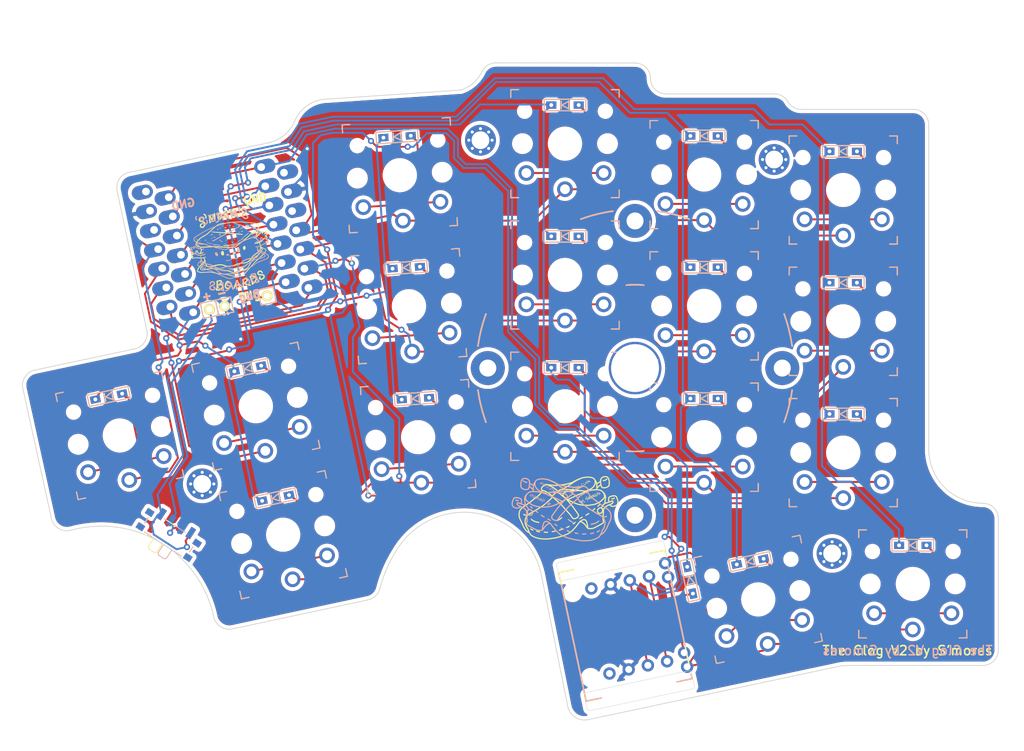
<source format=kicad_pcb>
(kicad_pcb (version 20211014) (generator pcbnew)
  (title_block (title "The Clog V2") (date "2022-06-26") (rev "1.1") (company "by S'mores"))
  (layers (0 "F.Cu" signal) (31 "B.Cu" signal) (34 "B.Paste" user) (35 "F.Paste" user) (36 "B.SilkS" user "B.Silkscreen") (37 "F.SilkS" user "F.Silkscreen") (38 "B.Mask" user) (39 "F.Mask" user) (44 "Edge.Cuts" user))
  (net 0 "")
  (net 1 "Bat+")
  (net 2 "GND")
  (net 3 "Col1")
  (net 4 "Net-(D1-Pad2)")
  (net 5 "Col2")
  (net 6 "Net-(D2-Pad2)")
  (net 7 "Col3")
  (net 8 "Net-(D3-Pad2)")
  (net 9 "Col4")
  (net 10 "Net-(D4-Pad2)")
  (net 11 "Col5")
  (net 12 "Net-(D5-Pad2)")
  (net 13 "Net-(D6-Pad2)")
  (net 14 "Net-(D7-Pad2)")
  (net 15 "Net-(D8-Pad2)")
  (net 16 "Net-(D9-Pad2)")
  (net 17 "Net-(D10-Pad2)")
  (net 18 "Net-(D11-Pad2)")
  (net 19 "Net-(D12-Pad2)")
  (net 20 "Net-(D13-Pad2)")
  (net 21 "Net-(D14-Pad2)")
  (net 22 "Net-(D15-Pad2)")
  (net 23 "S16R")
  (net 24 "Net-(D17-Pad2)")
  (net 25 "Net-(D18-Pad2)")
  (net 26 "Row1")
  (net 27 "Row2")
  (net 28 "Row3")
  (net 29 "Row4")
  (net 30 "EncL")
  (net 31 "EncR")
  (net 33 "Power")
  (net 37 "unconnected-(U1-Pad14)")
  (footprint "art:clogs" (layer "F.Cu") (at 160 106.75)
    (fp_text reference "G***" hide)
    (fp_text value "LOGO" hide)
  )
  (footprint "footprints:smd-diode" (layer "F.Cu") (at 117.894972 89.481068 12)
    (fp_text reference "D6" hide)
    (fp_text value "1N4148W" hide)
  )
  (footprint "footprints:smd-diode" (layer "F.Cu") (at 158.934527 89.371807)
    (fp_text reference "D13" hide)
    (fp_text value "1N4148W" hide)
  )
  (footprint "footprints:choc-switch-solder-only" (layer "F.Cu") (at 158.934528 94.371807)
    (fp_text reference "SW13" hide)
    (fp_text value "Switch" hide)
  )
  (footprint "footprints:smd-diode" (layer "F.Cu") (at 194.934528 61.371806)
    (fp_text reference "D5" hide)
    (fp_text value "1N4148W" hide)
  )
  (footprint "footprints:xiao-ble" (layer "F.Cu") (at 116.70769 73.173221 12)
    (fp_text reference "U2" hide)
    (fp_text value "xiao-ble" hide)
  )
  (footprint "footprints:choc-switch-solder-only" (layer "F.Cu") (at 158.934529 60.371806)
    (fp_text reference "SW3" hide)
    (fp_text value "Switch" hide)
  )
  (footprint "footprints:choc-switch-solder-only" (layer "F.Cu") (at 139.934528 98.371806 4)
    (fp_text reference "SW12" hide)
    (fp_text value "Switch" hide)
  )
  (footprint "footprints:evq" (layer "F.Cu") (at 167.248327 122.676631 -78)
    (fp_text reference "SW16_1" hide)
    (fp_text value "EVQWGD001" hide)
    (fp_line (start 9.8 7.3) (end 9.8 -6.3) (layer "Edge.Cuts") (width 0.05))
    (fp_line (start 7.7 7.6) (end 9.5 7.6) (layer "Edge.Cuts") (width 0.05))
    (fp_line (start 9.5 -6.6) (end 7.7 -6.6) (layer "Edge.Cuts") (width 0.05))
    (fp_line (start 7.4 -6.3) (end 7.4 7.3) (layer "Edge.Cuts") (width 0.05))
    (fp_arc (start 9.8 7.3) (mid 9.712132 7.512132) (end 9.5 7.6) (layer "Edge.Cuts") (width 0.05))
    (fp_arc (start 7.4 -6.3) (mid 7.487868 -6.512132) (end 7.7 -6.6) (layer "Edge.Cuts") (width 0.05))
    (fp_arc (start 7.7 7.6) (mid 7.487868 7.512132) (end 7.4 7.3) (layer "Edge.Cuts") (width 0.05))
    (fp_arc (start 9.5 -6.6) (mid 9.712132 -6.512132) (end 9.8 -6.3) (layer "Edge.Cuts") (width 0.05))
  )
  (footprint "footprints:m2-hole" (layer "F.Cu") (at 111.998329 104.426632)
    (fp_text reference "Ref**" hide)
    (fp_text value "Val**" hide)
  )
  (footprint "footprints:smd-diode" (layer "F.Cu") (at 175.113666 116.888233 -78)
    (fp_text reference "D16" hide)
    (fp_text value "1N4148W" hide)
  )
  (footprint "footprints:smd-diode" (layer "F.Cu") (at 176.934529 59.371806)
    (fp_text reference "D4" hide)
    (fp_text value "1N4148W" hide)
  )
  (footprint "footprints:choc-switch-solder-only" (layer "F.Cu") (at 176.934529 81.371806)
    (fp_text reference "SW9" hide)
    (fp_text value "Switch" hide)
  )
  (footprint "footprints:choc-switch-solder-only" (layer "F.Cu") (at 118.934529 94.371806 12)
    (fp_text reference "SW6" hide)
    (fp_text value "Switch" hide)
  )
  (footprint "footprints:choc-switch-solder-only" (layer "F.Cu") (at 176.934529 98.371806)
    (fp_text reference "SW14" hide)
    (fp_text value "Switch" hide)
  )
  (footprint "footprints:m2-hole" (layer "F.Cu") (at 185.998327 62.426631)
    (fp_text reference "Ref**" hide)
    (fp_text value "Val**" hide)
  )
  (footprint "footprints:choc-switch-solder-only" (layer "F.Cu") (at 137.562809 64.454629 4)
    (fp_text reference "SW2" hide)
    (fp_text value "Switch" hide)
  )
  (footprint "footprints:smd-diode" (layer "F.Cu") (at 194.934529 78.371805)
    (fp_text reference "D10" hide)
    (fp_text value "1N4148W" hide)
  )
  (footprint "footprints:smd-diode" (layer "F.Cu") (at 176.934528 93.371807)
    (fp_text reference "D14" hide)
    (fp_text value "1N4148W" hide)
  )
  (footprint "footprints:smd-diode" (layer "F.Cu") (at 203.934528 112.371806)
    (fp_text reference "D18" hide)
    (fp_text value "1N4148W" hide)
  )
  (footprint "footprints:choc-switch-solder-only" (layer "F.Cu") (at 203.934529 117.371806)
    (fp_text reference "SW18" hide)
    (fp_text value "Switch" hide)
  )
  (footprint "footprints:smd-diode" (layer "F.Cu") (at 121.488813 106.242615 12)
    (fp_text reference "D11" hide)
    (fp_text value "1N4148W" hide)
  )
  (footprint "footprints:choc-switch-solder-only" (layer "F.Cu") (at 122.469027 111.000316 12)
    (fp_text reference "SW11" hide)
    (fp_text value "Switch" hide)
  )
  (footprint "footprints:smd-diode" (layer "F.Cu") (at 99.904969 93.109577 12)
    (fp_text reference "D1" hide)
    (fp_text value "1N4148W" hide)
  )
  (footprint "footprints:m2-hole" (layer "F.Cu") (at 193.498328 113.426632)
    (fp_text reference "Ref**" hide)
    (fp_text value "Val**" hide)
  )
  (footprint "footprints:smd-diode" (layer "F.Cu") (at 139.585746 93.383988 4)
    (fp_text reference "D12" hide)
    (fp_text value "1N4148W" hide)
  )
  (footprint "footprints:choc-switch-solder-only" (layer "F.Cu") (at 194.934529 100.371805)
    (fp_text reference "SW15" hide)
    (fp_text value "Switch" hide)
  )
  (footprint "art:smores" (layer "F.Cu") (at 115.5 74.5 12)
    (fp_text reference "G***" hide)
    (fp_text value "LOGO" hide)
  )
  (footprint "footprints:choc-switch-solder-only" (layer "F.Cu") (at 183.934528 119.371807 12)
    (fp_text reference "SW17" hide)
    (fp_text value "Switch" hide)
  )
  (footprint "footprints:tenting-puck" (layer "F.Cu") (at 167.998328 89.426631)
    (fp_text reference "REF**" hide)
    (fp_text value "Tenting Puck" hide)
  )
  (footprint "footprints:choc-switch-solder-only" (layer "F.Cu") (at 101.334529 98.150317 12)
    (fp_text reference "SW1" hide)
    (fp_text value "Switch" hide)
  )
  (footprint "footprints:m2-hole" (layer "F.Cu") (at 147.998328 59.926631)
    (fp_text reference "Ref**" hide)
    (fp_text value "Val**" hide)
  )
  (footprint "footprints:smd-diode" (layer "F.Cu") (at 137.214026 59.466808 4)
    (fp_text reference "D2" hide)
    (fp_text value "1N4148W" hide)
  )
  (footprint "footprints:smd-diode" (layer "F.Cu") (at 158.934527 72.371806)
    (fp_text reference "D8" hide)
    (fp_text value "1N4148W" hide)
  )
  (footprint "footprints:single-pin" (layer "F.Cu") (at 120.395736 80.093489 12)
    (fp_text reference "PW1" hide)
    (fp_text value "MountingHole_Pad" hide)
  )
  (footprint "footprints:single-pin" (layer "F.Cu") (at 112.938648 81.815722 12)
    (fp_text reference "+1" hide)
    (fp_text value "MountingHole_Pad" hide)
  )
  (footprint "footprints:smd-diode" (layer "F.Cu") (at 158.934527 55.371807)
    (fp_text reference "D3" hide)
    (fp_text value "1N4148W" hide)
  )
  (footprint "footprints:smd-diode" (layer "F.Cu") (at 182.894969 114.481069 12)
    (fp_text reference "D17" hide)
    (fp_text value "1N4148W" hide)
  )
  (footprint "footprints:choc-switch-solder-only" (layer "F.Cu") (at 158.934529 77.371807)
    (fp_text reference "SW8" hide)
    (fp_text value "Switch" hide)
  )
  (footprint "Button_Switch_SMD:SW_SPDT_PCM12" (layer "F.Cu") (at 107.844618 110.757272 -33)
    (fp_text reference "SW20" hide)
    (fp_text value "SW_SPDT" hide)
  )
  (footprint "footprints:choc-switch-solder-only" (layer "F.Cu") (at 194.93453 66.371807)
    (fp_text reference "SW5" hide)
    (fp_text value "Switch" hide)
  )
  (footprint "footprints:choc-switch-solder-only" (layer "F.Cu") (at 194.934529 83.371807)
    (fp_text reference "SW10" hide)
    (fp_text value "Switch" hide)
  )
  (footprint "footprints:single-pin" (layer "F.Cu") (at 114.894943 81.399898 12)
    (fp_text reference "-1" hide)
    (fp_text value "MountingHole_Pad" hide)
  )
  (footprint "footprints:smd-diode" (layer "F.Cu") (at 176.934529 76.371806)
    (fp_text reference "D9" hide)
    (fp_text value "1N4148W" hide)
  )
  (footprint "footprints:choc-switch-solder-only" (layer "F.Cu") (at 176.934528 64.371806)
    (fp_text reference "SW4" hide)
    (fp_text value "Switch" hide)
  )
  (footprint "footprints:smd-diode" (layer "F.Cu") (at 138.399886 76.425397 4)
    (fp_text reference "D7" hide)
    (fp_text value "1N4148W" hide)
  )
  (footprint "footprints:smd-diode" (layer "F.Cu") (at 194.934528 95.371806)
    (fp_text reference "D15" hide)
    (fp_text value "1N4148W" hide)
  )
  (footprint "footprints:choc-switch-solder-only" (layer "F.Cu") (at 138.74867 81.413216 4)
    (fp_text reference "SW7" hide)
    (fp_text value "Switch" hide)
  )
  (footprint "art:clogs" (layer "B.Cu") (at 157.887747 106.980193 180)
    (fp_text reference "G***" hide)
    (fp_text value "LOGO" hide)
  )
  (footprint "art:smores" (layer "B.Cu") (at 115.882608 74.471797 -168)
    (fp_text reference "G***" hide)
    (fp_text value "LOGO" hide)
  )
  (footprint "Button_Switch_SMD:SW_SPDT_PCM12" (layer "B.Cu") (at 107.844618 110.757272 147)
    (fp_text reference "SW21" hide)
    (fp_text value "SW_SPDT" hide)
  )
  (footprint "footprints:xiao-ble" (layer "B.Cu") (at 113.757348 72.440636 -168)
    (fp_text reference "U1" hide)
    (fp_text value "xiao-ble" hide)
  )
  (footprint "footprints:evq" (layer "B.Cu") (at 167.248327 122.676631 102)
    (fp_text reference "SW16_2" hide)
    (fp_text value "EVQWGD001" hide)
    (fp_line (start 7.7 -7.6) (end 9.5 -7.6) (layer "Edge.Cuts") (width 0.05))
    (fp_line (start 9.8 -7.3) (end 9.8 6.3) (layer "Edge.Cuts") (width 0.05))
    (fp_line (start 9.5 6.6) (end 7.7 6.6) (layer "Edge.Cuts") (width 0.05))
    (fp_line (start 7.4 6.3) (end 7.4 -7.3) (layer "Edge.Cuts") (width 0.05))
    (fp_arc (start 7.4 -7.3) (mid 7.487868 -7.512132) (end 7.7 -7.6) (layer "Edge.Cuts") (width 0.05))
    (fp_arc (start 9.5 -7.6) (mid 9.712132 -7.512132) (end 9.8 -7.3) (layer "Edge.Cuts") (width 0.05))
    (fp_arc (start 7.7 6.6) (mid 7.487868 6.512132) (end 7.4 6.3) (layer "Edge.Cuts") (width 0.05))
    (fp_arc (start 9.8 6.3) (mid 9.712132 6.512132) (end 9.5 6.6) (layer "Edge.Cuts") (width 0.05))
  )
  (gr_arc (start 185.998328 53.926631) (mid 186.963733 54.163724) (end 187.709474 54.821059) (layer "Edge.Cuts") (width 0.1))
  (gr_arc (start 148.248329 50.926632) (mid 147.136333 52.465937) (end 145.498328 53.426633) (layer "Edge.Cuts") (width 0.1))
  (gr_line (start 167.998327 49.926631) (end 149.998328 49.911068) (layer "Edge.Cuts") (width 0.1))
  (gr_arc (start 115.998328 123.17663) (mid 114.367972 122.900663) (end 113.464826 121.515548) (layer "Edge.Cuts") (width 0.1))
  (gr_arc (start 193.998327 128.119213) (mid 194.742171 127.974973) (end 195.498328 127.926631) (layer "Edge.Cuts") (width 0.1))
  (gr_arc (start 124.06693 57.214424) (mid 125.573907 55.45195) (end 127.742624 54.631) (layer "Edge.Cuts") (width 0.1))
  (gr_line (start 104.832305 84.561119) (end 100.985938 66.465388) (layer "Edge.Cuts") (width 0.1))
  (gr_line (start 127.742624 54.631) (end 145.498328 53.426633) (layer "Edge.Cuts") (width 0.1))
  (gr_line (start 212.998328 127.926631) (end 195.498328 127.926631) (layer "Edge.Cuts") (width 0.1))
  (gr_arc (start 104.832305 84.561119) (mid 104.553351 86.06622) (end 103.291833 86.933237) (layer "Edge.Cuts") (width 0.1))
  (gr_arc (start 161.998327 134.92663) (mid 160.335901 134.676255) (end 159.316103 133.339708) (layer "Edge.Cuts") (width 0.1))
  (gr_arc (start 94.998328 110.42663) (mid 93.437669 110.194397) (end 92.498329 108.926631) (layer "Edge.Cuts") (width 0.1))
  (gr_arc (start 88.790904 92.060186) (mid 89.069858 90.555083) (end 90.331377 89.688067) (layer "Edge.Cuts") (width 0.1))
  (gr_line (start 185.998328 53.926631) (end 171.998327 53.926631) (layer "Edge.Cuts") (width 0.1))
  (gr_line (start 159.316103 133.339708) (end 155.862809 116.141385) (layer "Edge.Cuts") (width 0.1))
  (gr_arc (start 124.06693 57.214424) (mid 122.73154 59.170286) (end 120.622141 60.246903) (layer "Edge.Cuts") (width 0.1))
  (gr_line (start 103.291833 86.933237) (end 90.331377 89.688067) (layer "Edge.Cuts") (width 0.1))
  (gr_arc (start 212.998327 106.926631) (mid 214.412542 107.512416) (end 214.998328 108.926631) (layer "Edge.Cuts") (width 0.1))
  (gr_arc (start 167.998327 49.926631) (mid 169.412541 50.512418) (end 169.998327 51.926632) (layer "Edge.Cuts") (width 0.1))
  (gr_arc (start 148.248329 50.926632) (mid 148.986662 50.18335) (end 149.998328 49.911068) (layer "Edge.Cuts") (width 0.1))
  (gr_arc (start 214.998327 125.926631) (mid 214.412541 127.340845) (end 212.998328 127.926631) (layer "Edge.Cuts") (width 0.1))
  (gr_arc (start 171.998327 53.926631) (mid 170.584114 53.340845) (end 169.998327 51.926632) (layer "Edge.Cuts") (width 0.1))
  (gr_line (start 88.790904 92.060186) (end 92.498329 108.926631) (layer "Edge.Cuts") (width 0.1))
  (gr_arc (start 137 113.25) (mid 147.42601 108.207088) (end 155.862809 116.141385) (layer "Edge.Cuts") (width 0.1))
  (gr_arc (start 134.998328 117.926631) (mid 135.822581 115.512735) (end 137 113.25) (layer "Edge.Cuts") (width 0.1))
  (gr_line (start 102.52641 64.093269) (end 120.622141 60.246903) (layer "Edge.Cuts") (width 0.1))
  (gr_arc (start 203.998327 55.926631) (mid 205.412542 56.512416) (end 205.998328 57.926631) (layer "Edge.Cuts") (width 0.1))
  (gr_arc (start 94.998327 110.426631) (mid 106.608305 112.013096) (end 113.464826 121.515548) (layer "Edge.Cuts") (width 0.1))
  (gr_line (start 214.998328 108.926631) (end 214.998327 125.926631) (layer "Edge.Cuts") (width 0.1))
  (gr_line (start 133.498328 119.42663) (end 115.998328 123.17663) (layer "Edge.Cuts") (width 0.1))
  (gr_line (start 189.498328 55.926631) (end 203.998327 55.926631) (layer "Edge.Cuts") (width 0.1))
  (gr_arc (start 134.998327 117.926631) (mid 134.456065 118.884368) (end 133.498328 119.42663) (layer "Edge.Cuts") (width 0.1))
  (gr_line (start 193.998327 128.119213) (end 161.998327 134.926631) (layer "Edge.Cuts") (width 0.1))
  (gr_arc (start 100.985938 66.465388) (mid 101.264892 64.960287) (end 102.52641 64.093269) (layer "Edge.Cuts") (width 0.1))
  (gr_line (start 205.998328 57.926631) (end 205.998328 99.926631) (layer "Edge.Cuts") (width 0.1))
  (gr_arc (start 212.998327 106.926631) (mid 208.04858 104.876378) (end 205.998328 99.926631) (layer "Edge.Cuts") (width 0.1))
  (gr_arc (start 189.498328 55.926631) (mid 188.446866 55.627933) (end 187.709474 54.821059) (layer "Edge.Cuts") (width 0.1))
  (gr_text "GND" (at 109.53881 68.225611 12) (layer "B.SilkS") (effects (font (size 1 1) (thickness 0.25)) (justify mirror)))
  (gr_text "Bdg" (at 118.090948 80.072216 12) (layer "B.SilkS") (effects (font (size 1 1) (thickness 0.25)) (justify mirror)))
  (gr_text "+" (at 112.574802 80.103963 12) (layer "B.SilkS") (effects (font (size 1 1) (thickness 0.25)) (justify mirror)))
  (gr_text "The Clog V2 by S'mores" (at 203.25 126) (layer "B.SilkS") (effects (font (size 1.2 1.2) (thickness 0.2)) (justify mirror)))
  (gr_text "-" (at 114.531097 79.68814 12) (layer "B.SilkS") (effects (font (size 1 1) (thickness 0.25)) (justify mirror)))
  (gr_text "The Clog V2 by S'mores" (at 203.25 126) (layer "F.SilkS") (effects (font (size 1.2 1.2) (thickness 0.2))))
  (gr_text "Bdg" (at 118.090948 80.072216 12) (layer "F.SilkS") (effects (font (size 1 1) (thickness 0.25))))
  (gr_text "-" (at 114.531097 79.68814 12) (layer "F.SilkS") (effects (font (size 1 1) (thickness 0.25))))
  (gr_text "+" (at 112.582088 80.104223 12) (layer "F.SilkS") (effects (font (size 1 1) (thickness 0.25))))
  (gr_text "GND" (at 118.846565 67.525112 12) (layer "F.SilkS") (effects (font (size 1 1) (thickness 0.25))))
  (segment (start 108.214972 110.186976) (end 107.844618 110.757272) (width 0.25) (layer "F.Cu") (net 1))
  (segment (start 109.252454 109.966452) (end 108.214972 110.186976) (width 0.25) (layer "F.Cu") (net 1))
  (via (at 107.844618 110.757272) (size 0.8) (drill 0.4) (layers "F.Cu" "B.Cu") (net 1))
  (segment (start 113.250515 83.282943) (end 112.938648 81.815722) (width 0.25) (layer "B.Cu") (net 1))
  (segment (start 108.586889 108.237216) (end 107.767854 104.38396) (width 0.25) (layer "B.Cu") (net 1))
  (segment (start 107.767854 104.38396) (end 110.078562 100.825782) (width 0.25) (layer "B.Cu") (net 1))
  (segment (start 108.103047 109.660406) (end 107.994449 109.149494) (width 0.25) (layer "B.Cu") (net 1))
  (segment (start 110.078562 100.825782) (end 108.051423 91.288843) (width 0.25) (layer "B.Cu") (net 1))
  (segment (start 107.994449 109.149494) (end 108.586889 108.237216) (width 0.25) (layer "B.Cu") (net 1))
  (segment (start 108.051423 91.288843) (end 113.250515 83.282943) (width 0.25) (layer "B.Cu") (net 1))
  (segment (start 108.229736 110.164244) (end 108.12578 109.675169) (width 0.25) (layer "B.Cu") (net 1))
  (segment (start 108.12578 109.675169) (end 108.103047 109.660406) (width 0.25) (layer "B.Cu") (net 1))
  (segment (start 107.844618 110.757272) (end 108.229736 110.164244) (width 0.25) (layer "B.Cu") (net 1))
  (segment (start 105.247672 69.055933) (end 104.383323 69.239656) (width 0.25) (layer "F.Cu") (net 2))
  (via (at 116.981652 85.675293) (size 0.8) (drill 0.4) (layers "F.Cu" "B.Cu") (net 2))
  (via (at 125.586474 61.022471) (size 0.8) (drill 0.4) (layers "F.Cu" "B.Cu") (net 2))
  (segment (start 125.586474 64.022471) (end 125.586474 61.022471) (width 0.25) (layer "B.Cu") (net 2))
  (segment (start 114.894943 81.399898) (end 115.615069 84.787823) (width 0.25) (layer "B.Cu") (net 2))
  (segment (start 115.615069 84.787823) (end 116.981652 85.675293) (width 0.25) (layer "B.Cu") (net 2))
  (segment (start 123.104983 66.619944) (end 123.104983 66.503962) (width 0.25) (layer "B.Cu") (net 2))
  (segment (start 123.104983 66.503962) (end 125.586474 64.022471) (width 0.25) (layer "B.Cu") (net 2))
  (segment (start 111.517484 85.951576) (end 109.072114 86.471356) (width 0.25) (layer "F.Cu") (net 3))
  (segment (start 100.773214 89.513267) (end 108.842931 87.797996) (width 0.25) (layer "F.Cu") (net 3))
  (segment (start 112.407029 86.529253) (end 111.517484 85.951576) (width 0.25) (layer "F.Cu") (net 3))
  (segment (start 108.842931 87.797996) (end 109.228049 87.204966) (width 0.25) (layer "F.Cu") (net 3))
  (segment (start 100.739192 89.520499) (end 100.773214 89.513267) (width 0.25) (layer "F.Cu") (net 3))
  (segment (start 122.79512 78.309834) (end 111.862897 80.63355) (width 0.25) (layer "F.Cu") (net 3))
  (segment (start 98.168757 93.478621) (end 100.739192 89.520499) (width 0.25) (layer "F.Cu") (net 3))
  (segment (start 109.228049 87.204966) (end 109.072114 86.471356) (width 0.25) (layer "F.Cu") (net 3))
  (segment (start 111.862897 80.63355) (end 110.838493 82.210993) (width 0.25) (layer "F.Cu") (net 3))
  (via (at 109.072114 86.471356) (size 0.8) (drill 0.4) (layers "F.Cu" "B.Cu") (net 3))
  (via (at 112.407029 86.529253) (size 0.8) (drill 0.4) (layers "F.Cu" "B.Cu") (net 3))
  (segment (start 109.072114 86.471356) (end 108.825437 85.310826) (width 0.25) (layer "B.Cu") (net 3))
  (segment (start 108.825437 85.310826) (end 110.838493 82.210993) (width 0.25) (layer "B.Cu") (net 3))
  (segment (start 118.596195 105.860679) (end 115.431185 90.970479) (width 0.25) (layer "B.Cu") (net 3))
  (segment (start 115.940658 88.824019) (end 112.407029 86.529253) (width 0.25) (layer "B.Cu") (net 3))
  (segment (start 119.752602 106.611659) (end 118.596195 105.860679) (width 0.25) (layer "B.Cu") (net 3))
  (segment (start 115.431185 90.970479) (end 116.15876 89.850111) (width 0.25) (layer "B.Cu") (net 3))
  (segment (start 116.15876 89.850111) (end 115.940658 88.824019) (width 0.25) (layer "B.Cu") (net 3))
  (segment (start 102.429094 93.252211) (end 104.139564 101.299344) (width 0.25) (layer "F.Cu") (net 4))
  (segment (start 102.152858 93.252211) (end 101.641181 92.740534) (width 0.25) (layer "F.Cu") (net 4))
  (segment (start 107.015332 100.827719) (end 104.301567 101.404548) (width 0.25) (layer "F.Cu") (net 4))
  (segment (start 104.139564 101.299344) (end 104.301567 101.404548) (width 0.25) (layer "F.Cu") (net 4))
  (segment (start 104.301567 101.404548) (end 97.233855 102.906837) (width 0.25) (layer "F.Cu") (net 4))
  (segment (start 102.429094 93.252211) (end 102.152858 93.252211) (width 0.25) (layer "F.Cu") (net 4))
  (segment (start 122.267024 75.825339) (end 111.334801 78.149055) (width 0.25) (layer "F.Cu") (net 5))
  (segment (start 111.334801 78.149055) (end 110.310397 79.726498) (width 0.25) (layer "F.Cu") (net 5))
  (segment (start 129.86646 80.773456) (end 133.265916 80.050879) (width 0.25) (layer "F.Cu") (net 5))
  (segment (start 129.856987 80.788043) (end 129.86646 80.773456) (width 0.25) (layer "F.Cu") (net 5))
  (via (at 133.265916 80.050879) (size 0.8) (drill 0.4) (layers "F.Cu" "B.Cu") (net 5))
  (via (at 129.856987 80.788043) (size 0.8) (drill 0.4) (layers "F.Cu" "B.Cu") (net 5))
  (segment (start 121.653373 80.730105) (end 123.432462 81.885459) (width 0.25) (layer "B.Cu") (net 5))
  (segment (start 135.867141 79.421532) (end 136.78983 92.616576) (width 0.25) (layer "B.Cu") (net 5))
  (segment (start 134.552121 60.615867) (end 135.603968 75.657987) (width 0.25) (layer "B.Cu") (net 5))
  (segment (start 121.341505 79.262885) (end 121.653373 80.730105) (width 0.25) (layer "B.Cu") (net 5))
  (segment (start 123.728977 82.078018) (end 129.842399 80.77857) (width 0.25) (layer "B.Cu") (net 5))
  (segment (start 122.267024 75.825339) (end 121.019242 77.746755) (width 0.25) (layer "B.Cu") (net 5))
  (segment (start 135.809552 79.510212) (end 135.867141 79.421532) (width 0.25) (layer "B.Cu") (net 5))
  (segment (start 121.019242 77.746755) (end 121.341505 79.262885) (width 0.25) (layer "B.Cu") (net 5))
  (segment (start 129.842399 80.77857) (end 129.856987 80.788043) (width 0.25) (layer "B.Cu") (net 5))
  (segment (start 135.44335 59.590626) (end 134.552121 60.615867) (width 0.25) (layer "B.Cu") (net 5))
  (segment (start 123.432462 81.885459) (end 123.728977 82.078018) (width 0.25) (layer "B.Cu") (net 5))
  (segment (start 133.265916 80.050879) (end 135.809552 79.510212) (width 0.25) (layer "B.Cu") (net 5))
  (segment (start 135.603968 75.657987) (end 136.62921 76.549216) (width 0.25) (layer "B.Cu") (net 5))
  (segment (start 135.603968 75.657987) (end 135.867141 79.421532) (width 0.25) (layer "B.Cu") (net 5))
  (segment (start 136.78983 92.616576) (end 137.815071 93.507805) (width 0.25) (layer "B.Cu") (net 5))
  (segment (start 140.367347 68.067795) (end 132.840064 68.594154) (width 0.25) (layer "F.Cu") (net 6))
  (segment (start 142.815702 67.89659) (end 140.367347 68.067795) (width 0.25) (layer "F.Cu") (net 6))
  (segment (start 138.984702 59.34299) (end 139.807248 60.058019) (width 0.25) (layer "F.Cu") (net 6))
  (segment (start 139.807248 60.058019) (end 140.367347 68.067795) (width 0.25) (layer "F.Cu") (net 6))
  (segment (start 121.738929 73.340844) (end 121.727755 73.35805) (width 0.25) (layer "F.Cu") (net 7))
  (segment (start 110.795531 75.681766) (end 109.782301 77.242003) (width 0.25) (layer "F.Cu") (net 7))
  (segment (start 121.727755 73.35805) (end 110.795531 75.681766) (width 0.25) (layer "F.Cu") (net 7))
  (segment (start 117.931123 65.419429) (end 115.688858 65.896037) (width 0.25) (layer "F.Cu") (net 7))
  (via (at 115.688858 65.896037) (size 0.8) (drill 0.4) (layers "F.Cu" "B.Cu") (net 7))
  (via (at 117.931123 65.419429) (size 0.8) (drill 0.4) (layers "F.Cu" "B.Cu") (net 7))
  (segment (start 115.96282 69.589795) (end 121.738929 73.340844) (width 0.25) (layer "B.Cu") (net 7))
  (segment (start 125.156424 58.78251) (end 123.816474 60.845853) (width 0.25) (layer "B.Cu") (net 7))
  (segment (start 174.744624 115.152021) (end 174.744624 102.172927) (width 0.25) (layer "B.Cu") (net 7))
  (segment (start 157.998327 90.926632) (end 157.159527 90.087831) (width 0.25) (layer "B.Cu") (net 7))
  (segment (start 123.816474 60.845853) (end 123.623914 61.142367) (width 0.25) (layer "B.Cu") (net 7))
  (segment (start 129.363666 57.888233) (end 125.156424 58.78251) (width 0.25) (layer "B.Cu") (net 7))
  (segment (start 147.949914 55.301985) (end 147.863666 55.388233) (width 0.25) (layer "B.Cu") (net 7))
  (segment (start 157.159529 55.396806) (end 156.18453 56.371807) (width 0.25) (layer "B.Cu") (net 7))
  (segment (start 115.688858 65.896037) (end 115.30374 66.489067) (width 0.25) (layer "B.Cu") (net 7))
  (segment (start 157.159527 55.371805) (end 157.159529 55.396806) (width 0.25) (layer "B.Cu") (net 7))
  (segment (start 174.744624 102.172927) (end 172.998327 100.426631) (width 0.25) (layer "B.Cu") (net 7))
  (segment (start 156.184529 88.396807) (end 157.159527 89.371806) (width 0.25) (layer "B.Cu") (net 7))
  (segment (start 157.159527 55.371806) (end 157.089705 55.301985) (width 0.25) (layer "B.Cu") (net 7))
  (segment (start 156.18453 56.371807) (end 156.184529 71.396808) (width 0.25) (layer "B.Cu") (net 7))
  (segment (start 161.498327 92.926631) (end 159.498328 90.926631) (width 0.25) (layer "B.Cu") (net 7))
  (segment (start 145.363667 57.888233) (end 143.863666 57.888232) (width 0.25) (layer "B.Cu") (net 7))
  (segment (start 164.256343 95.926631) (end 162.498328 95.926631) (width 0.25) (layer "B.Cu") (net 7))
  (segment (start 143.863666 57.888232) (end 129.363666 57.888233) (width 0.25) (layer "B.Cu") (net 7))
  (segment (start 156.184529 71.396808) (end 156.184529 88.396807) (width 0.25) (layer "B.Cu") (net 7))
  (segment (start 123.623914 61.142367) (end 119.22225 62.07797) (width 0.25) (layer "B.Cu") (net 7))
  (segment (start 172.998327 100.426631) (end 168.756344 100.426631) (width 0.25) (layer "B.Cu") (net 7))
  (segment (start 117.51095 63.442668) (end 117.931123 65.419429) (width 0.25) (layer "B.Cu") (net 7))
  (segment (start 157.089705 55.301985) (end 147.949914 55.301985) (width 0.25) (layer "B.Cu") (net 7))
  (segment (start 159.498328 90.926631) (end 157.998327 90.926632) (width 0.25) (layer "B.Cu") (net 7))
  (segment (start 117.679138 63.183681) (end 117.51095 63.442668) (width 0.25) (layer "B.Cu") (net 7))
  (segment (start 162.498328 95.926631) (end 161.498328 94.926631) (width 0.25) (layer "B.Cu") (net 7))
  (segment (start 168.756344 100.426631) (end 164.256343 95.926631) (width 0.25) (layer "B.Cu") (net 7))
  (segment (start 119.22225 62.07797) (end 118.265069 62.281425) (width 0.25) (layer "B.Cu") (net 7))
  (segment (start 118.265069 62.281425) (end 117.679138 63.183681) (width 0.25) (layer "B.Cu") (net 7))
  (segment (start 161.498328 94.926631) (end 161.498327 92.926631) (width 0.25) (layer "B.Cu") (net 7))
  (segment (start 115.30374 66.489067) (end 115.96282 69.589795) (width 0.25) (layer "B.Cu") (net 7))
  (segment (start 156.184529 71.396808) (end 157.159528 72.371805) (width 0.25) (layer "B.Cu") (net 7))
  (segment (start 147.863666 55.388233) (end 145.363667 57.888233) (width 0.25) (layer "B.Cu") (net 7))
  (segment (start 157.159527 90.087831) (end 157.159528 89.371807) (width 0.25) (layer "B.Cu") (net 7))
  (segment (start 161.484529 56.146806) (end 161.484529 64.171806) (width 0.25) (layer "F.Cu") (net 8))
  (segment (start 163.934529 64.171806) (end 161.484529 64.171806) (width 0.25) (layer "F.Cu") (net 8))
  (segment (start 160.709528 55.371807) (end 161.484529 56.146806) (width 0.25) (layer "F.Cu") (net 8))
  (segment (start 161.484529 64.171806) (end 153.934528 64.171806) (width 0.25) (layer "F.Cu") (net 8))
  (segment (start 117.764462 67.24395) (end 116.400435 67.533883) (width 0.25) (layer "F.Cu") (net 9))
  (segment (start 116.400435 67.533883) (end 116.275306 67.452623) (width 0.25) (layer "F.Cu") (net 9))
  (segment (start 121.210833 70.856349) (end 110.278609 73.180065) (width 0.25) (layer "F.Cu") (net 9))
  (segment (start 110.278609 73.180065) (end 109.254206 74.757508) (width 0.25) (layer "F.Cu") (net 9))
  (via (at 117.764462 67.24395) (size 0.8) (drill 0.4) (layers "F.Cu" "B.Cu") (net 9))
  (via (at 116.275306 67.452623) (size 0.8) (drill 0.4) (layers "F.Cu" "B.Cu") (net 9))
  (segment (start 116.453174 68.289429) (end 120.604382 70.985254) (width 0.25) (layer "B.Cu") (net 9))
  (segment (start 124.857852 58.268542) (end 123.467981 60.408758) (width 0.25) (layer "B.Cu") (net 9))
  (segment (start 174.184529 60.371807) (end 174.184527 75.396805) (width 0.25) (layer "B.Cu") (net 9))
  (segment (start 116.820741 63.680142) (end 117.548432 67.103659) (width 0.25) (layer "B.Cu") (net 9))
  (segment (start 173.934527 99.871806) (end 173.934528 94.596806) (width 0.25) (layer "B.Cu") (net 9))
  (segment (start 175.159527 59.371807) (end 175.159529 59.396806) (width 0.25) (layer "B.Cu") (net 9))
  (segment (start 175.159529 59.371807) (end 172.175955 56.388233) (width 0.25) (layer "B.Cu") (net 9))
  (segment (start 123.275422 60.705271) (end 118.140147 61.796808) (width 0.25) (layer "B.Cu") (net 9))
  (segment (start 174.184527 75.396805) (end 174.184528 92.396806) (width 0.25) (layer "B.Cu") (net 9))
  (segment (start 116.275306 67.452623) (end 116.453174 68.289429) (width 0.25) (layer "B.Cu") (net 9))
  (segment (start 120.604382 70.985254) (end 121.210833 70.856349) (width 0.25) (layer "B.Cu") (net 9))
  (segment (start 123.467981 60.408758) (end 123.275422 60.705271) (width 0.25) (layer "B.Cu") (net 9))
  (segment (start 167.363666 56.388232) (end 163.363666 52.388232) (width 0.25) (layer "B.Cu") (net 9))
  (segment (start 117.548432 67.103659) (end 117.764462 67.24395) (width 0.25) (layer "B.Cu") (net 9))
  (segment (start 118.140147 61.796808) (end 118.028362 61.820568) (width 0.25) (layer "B.Cu") (net 9))
  (segment (start 163.363666 52.388232) (end 149.999384 52.388233) (width 0.25) (layer "B.Cu") (net 9))
  (segment (start 128.999384 57.388233) (end 124.857852 58.268542) (width 0.25) (layer "B.Cu") (net 9))
  (segment (start 181.158757 105.346036) (end 177.434529 101.621806) (width 0.25) (layer "B.Cu") (net 9))
  (segment (start 174.184528 92.396806) (end 175.159528 93.371806) (width 0.25) (layer "B.Cu") (net 9))
  (segment (start 149.999384 52.388233) (end 144.999384 57.388232) (width 0.25) (layer "B.Cu") (net 9))
  (segment (start 172.175955 56.388233) (end 167.363666 56.388232) (width 0.25) (layer "B.Cu") (net 9))
  (segment (start 118.028362 61.820568) (end 116.820741 63.680142) (width 0.25) (layer "B.Cu") (net 9))
  (segment (start 181.158757 114.850111) (end 181.158757 105.346036) (width 0.25) (layer "B.Cu") (net 9))
  (segment (start 144.999384 57.388232) (end 128.999384 57.388233) (width 0.25) (layer "B.Cu") (net 9))
  (segment (start 177.434529 101.621806) (end 175.684528 101.621806) (width 0.25) (layer "B.Cu") (net 9))
  (segment (start 174.184527 75.396805) (end 175.159528 76.371808) (width 0.25) (layer "B.Cu") (net 9))
  (segment (start 175.684528 101.621806) (end 173.934527 99.871806) (width 0.25) (layer "B.Cu") (net 9))
  (segment (start 173.934528 94.596806) (end 175.159528 93.371806) (width 0.25) (layer "B.Cu") (net 9))
  (segment (start 175.159529 59.396806) (end 174.184529 60.371807) (width 0.25) (layer "B.Cu") (net 9))
  (segment (start 179.484528 68.171807) (end 171.934527 68.171807) (width 0.25) (layer "F.Cu") (net 10))
  (segment (start 179.484529 60.146806) (end 179.484528 68.171807) (width 0.25) (layer "F.Cu") (net 10))
  (segment (start 178.709529 59.371807) (end 179.484529 60.146806) (width 0.25) (layer "F.Cu") (net 10))
  (segment (start 181.934528 68.171807) (end 179.484528 68.171807) (width 0.25) (layer "F.Cu") (net 10))
  (segment (start 120.682737 68.371854) (end 109.750514 70.69557) (width 0.25) (layer "F.Cu") (net 11))
  (segment (start 109.750514 70.69557) (end 108.72611 72.273013) (width 0.25) (layer "F.Cu") (net 11))
  (segment (start 128.863666 56.888233) (end 124.522677 57.810938) (width 0.25) (layer "B.Cu") (net 11))
  (segment (start 192.184527 96.346807) (end 193.159529 95.371806) (width 0.25) (layer "B.Cu") (net 11))
  (segment (start 193.159528 61.371806) (end 189.675955 57.888233) (width 0.25) (layer "B.Cu") (net 11))
  (segment (start 124.522677 57.810938) (end 122.926929 60.268176) (width 0.25) (layer "B.Cu") (net 11))
  (segment (start 192.18453 102.121806) (end 192.184527 96.346807) (width 0.25) (layer "B.Cu") (net 11))
  (segment (start 118.569939 68.820943) (end 120.682737 68.371854) (width 0.25) (layer "B.Cu") (net 11))
  (segment (start 192.434528 94.646808) (end 193.159529 95.371806) (width 0.25) (layer "B.Cu") (net 11))
  (segment (start 192.43453 62.096807) (end 193.159529 61.371807) (width 0.25) (layer "B.Cu") (net 11))
  (segment (start 189.675955 57.888233) (end 185.363666 57.888232) (width 0.25) (layer "B.Cu") (net 11))
  (segment (start 192.434526 77.621807) (end 192.434528 94.646808) (width 0.25) (layer "B.Cu") (net 11))
  (segment (start 167.863667 55.888232) (end 163.863666 51.888233) (width 0.25) (layer "B.Cu") (net 11))
  (segment (start 163.863666 51.888233) (end 149.863666 51.888233) (width 0.25) (layer "B.Cu") (net 11))
  (segment (start 193.159527 78.346807) (end 192.434526 77.621807) (width 0.25) (layer "B.Cu") (net 11))
  (segment (start 193.159528 78.371807) (end 193.159527 78.346807) (width 0.25) (layer "B.Cu") (net 11))
  (segment (start 122.926929 60.268176) (end 117.791654 61.359712) (width 0.25) (layer "B.Cu") (net 11))
  (segment (start 195.934529 104.121807) (end 194.184528 104.121805) (width 0.25) (layer "B.Cu") (net 11))
  (segment (start 192.434526 77.621807) (end 192.43453 62.096807) (width 0.25) (layer "B.Cu") (net 11))
  (segment (start 202.159527 110.346805) (end 199.53231 107.719589) (width 0.25) (layer "B.Cu") (net 11))
  (segment (start 149.863666 51.888233) (end 144.863667 56.888232) (width 0.25) (layer "B.Cu") (net 11))
  (segment (start 117.134807 67.888958) (end 118.569939 68.820943) (width 0.25) (layer "B.Cu") (net 11))
  (segment (start 117.791654 61.359712) (end 116.251182 63.731831) (width 0.25) (layer "B.Cu") (net 11))
  (segment (start 185.363666 57.888232) (end 183.363666 55.888233) (width 0.25) (layer "B.Cu") (net 11))
  (segment (start 183.363666 55.888233) (end 167.863667 55.888232) (width 0.25) (layer "B.Cu") (net 11))
  (segment (start 194.184528 104.121805) (end 192.18453 102.121806) (width 0.25) (layer "B.Cu") (net 11))
  (segment (start 144.863667 56.888232) (end 128.863666 56.888233) (width 0.25) (layer "B.Cu") (net 11))
  (segment (start 199.53231 107.719589) (end 195.934529 104.121807) (width 0.25) (layer "B.Cu") (net 11))
  (segment (start 202.159528 112.371807) (end 202.159527 110.346805) (width 0.25) (layer "B.Cu") (net 11))
  (segment (start 116.251182 63.731831) (end 117.134807 67.888958) (width 0.25) (layer "B.Cu") (net 11))
  (segment (start 197.484528 70.171807) (end 189.934529 70.171807) (width 0.25) (layer "F.Cu") (net 12))
  (segment (start 197.484528 62.146807) (end 197.484528 70.171807) (width 0.25) (layer "F.Cu") (net 12))
  (segment (start 196.709528 61.371808) (end 197.484528 62.146807) (width 0.25) (layer "F.Cu") (net 12))
  (segment (start 199.934527 70.171807) (end 197.484528 70.171807) (width 0.25) (layer "F.Cu") (net 12))
  (segment (start 120.636791 89.765073) (end 119.631184 89.112025) (width 0.25) (layer "F.Cu") (net 13))
  (segment (start 124.615331 97.049209) (end 122.290134 97.543444) (width 0.25) (layer "F.Cu") (net 13))
  (segment (start 122.290134 97.543444) (end 120.636791 89.765073) (width 0.25) (layer "F.Cu") (net 13))
  (segment (start 122.290134 97.543444) (end 114.833856 99.128325) (width 0.25) (layer "F.Cu") (net 13))
  (segment (start 144.001563 84.855178) (end 141.553207 85.026384) (width 0.25) (layer "F.Cu") (net 14))
  (segment (start 140.170561 76.30158) (end 140.993109 77.016608) (width 0.25) (layer "F.Cu") (net 14))
  (segment (start 141.553207 85.026384) (end 134.025924 85.552742) (width 0.25) (layer "F.Cu") (net 14))
  (segment (start 140.993109 77.016608) (end 141.553207 85.026384) (width 0.25) (layer "F.Cu") (net 14))
  (segment (start 161.484528 73.146808) (end 160.709527 72.371806) (width 0.25) (layer "F.Cu") (net 15))
  (segment (start 163.934528 81.171806) (end 161.484528 81.171806) (width 0.25) (layer "F.Cu") (net 15))
  (segment (start 161.484528 73.146808) (end 161.484528 81.171806) (width 0.25) (layer "F.Cu") (net 15))
  (segment (start 161.484528 81.171806) (end 153.934528 81.171807) (width 0.25) (layer "F.Cu") (net 15))
  (segment (start 179.484528 85.171806) (end 171.934529 85.171807) (width 0.25) (layer "F.Cu") (net 16))
  (segment (start 178.709529 76.371806) (end 179.484528 77.146807) (width 0.25) (layer "F.Cu") (net 16))
  (segment (start 179.484528 77.146807) (end 179.484528 85.171806) (width 0.25) (layer "F.Cu") (net 16))
  (segment (start 181.93453 85.171808) (end 179.484528 85.171806) (width 0.25) (layer "F.Cu") (net 16))
  (segment (start 199.934527 87.171806) (end 197.484527 87.171807) (width 0.25) (layer "F.Cu") (net 17))
  (segment (start 196.709529 78.371806) (end 197.484527 79.146806) (width 0.25) (layer "F.Cu") (net 17))
  (segment (start 197.484527 87.171807) (end 189.934529 87.171807) (width 0.25) (layer "F.Cu") (net 17))
  (segment (start 197.484527 79.146806) (end 197.484527 87.171807) (width 0.25) (layer "F.Cu") (net 17))
  (segment (start 123.225025 105.873573) (end 124.194593 106.503217) (width 0.25) (layer "F.Cu") (net 18))
  (segment (start 125.824632 114.171954) (end 118.368353 115.756835) (width 0.25) (layer "F.Cu") (net 18))
  (segment (start 128.149829 113.677719) (end 125.824632 114.171954) (width 0.25) (layer "F.Cu") (net 18))
  (segment (start 124.194593 106.503217) (end 125.824632 114.171954) (width 0.25) (layer "F.Cu") (net 18))
  (segment (start 141.356423 93.260169) (end 142.17897 93.975198) (width 0.25) (layer "F.Cu") (net 19))
  (segment (start 142.17897 93.975198) (end 142.739067 101.984972) (width 0.25) (layer "F.Cu") (net 19))
  (segment (start 145.187423 101.813766) (end 142.739067 101.984972) (width 0.25) (layer "F.Cu") (net 19))
  (segment (start 142.739067 101.984972) (end 135.211784 102.511332) (width 0.25) (layer "F.Cu") (net 19))
  (segment (start 160.709527 89.371807) (end 161.484529 90.146807) (width 0.25) (layer "F.Cu") (net 20))
  (segment (start 163.934527 98.171807) (end 161.484528 98.171807) (width 0.25) (layer "F.Cu") (net 20))
  (segment (start 161.484529 90.146807) (end 161.484528 98.171807) (width 0.25) (layer "F.Cu") (net 20))
  (segment (start 161.484528 98.171807) (end 153.934527 98.171807) (width 0.25) (layer "F.Cu") (net 20))
  (segment (start 179.484528 102.171806) (end 171.934527 102.171807) (width 0.25) (layer "F.Cu") (net 21))
  (segment (start 179.48453 94.146807) (end 179.484528 102.171806) (width 0.25) (layer "F.Cu") (net 21))
  (segment (start 181.934528 102.171807) (end 179.484528 102.171806) (width 0.25) (layer "F.Cu") (net 21))
  (segment (start 178.709528 93.371806) (end 179.48453 94.146807) (width 0.25) (layer "F.Cu") (net 21))
  (segment (start 197.484527 104.171806) (end 189.934528 104.171805) (width 0.25) (layer "F.Cu") (net 22))
  (segment (start 196.709527 95.371807) (end 197.484527 96.146805) (width 0.25) (layer "F.Cu") (net 22))
  (segment (start 199.934528 104.171807) (end 197.484527 104.171806) (width 0.25) (layer "F.Cu") (net 22))
  (segment (start 197.484527 96.146805) (end 197.484527 104.171806) (width 0.25) (layer "F.Cu") (net 22))
  (segment (start 175.48271 118.624445) (end 172.928267 119.167408) (width 0.25) (layer "F.Cu") (net 23))
  (segment (start 174.352401 126.278317) (end 172.826944 119.101609) (width 0.25) (layer "F.Cu") (net 23))
  (segment (start 172.928267 119.167408) (end 172.826944 119.101609) (width 0.25) (layer "F.Cu") (net 23))
  (segment (start 172.826944 119.101609) (end 172.273284 116.49684) (width 0.25) (layer "F.Cu") (net 23))
  (segment (start 179.833855 124.128326) (end 181.91297 122.049208) (width 0.25) (layer "F.Cu") (net 24))
  (segment (start 181.91297 122.049208) (end 186.507126 122.049209) (width 0.25) (layer "F.Cu") (net 24))
  (segment (start 186.507126 122.049209) (end 189.615329 122.049208) (width 0.25) (layer "F.Cu") (net 24))
  (segment (start 184.631182 114.112026) (end 186.507126 115.987968) (width 0.25) (layer "F.Cu") (net 24))
  (segment (start 186.507126 115.987968) (end 186.507126 122.049209) (width 0.25) (layer "F.Cu") (net 24))
  (segment (start 206.484529 121.171807) (end 198.934528 121.171807) (width 0.25) (layer "F.Cu") (net 25))
  (segment (start 206.484527 113.146806) (end 206.484529 121.171807) (width 0.25) (layer "F.Cu") (net 25))
  (segment (start 208.934529 121.171804) (end 206.484529 121.171807) (width 0.25) (layer "F.Cu") (net 25))
  (segment (start 205.70953 112.371806) (end 206.484527 113.146806) (width 0.25) (layer "F.Cu") (net 25))
  (segment (start 124.161175 71.588934) (end 124.95979 71.419183) (width 0.25) (layer "F.Cu") (net 26))
  (segment (start 176.934528 70.271808) (end 173.153152 70.271807) (width 0.25) (layer "F.Cu") (net 26))
  (segment (start 126.176752 69.545225) (end 124.565437 61.964581) (width 0.25) (layer "F.Cu") (net 26))
  (segment (start 136.769337 69.557698) (end 124.913772 72.077676) (width 0.25) (layer "F.Cu") (net 26))
  (segment (start 160.843503 66.271806) (end 158.934529 66.271806) (width 0.25) (layer "F.Cu") (net 26))
  (segment (start 137.974372 70.340257) (end 154.866078 70.340257) (width 0.25) (layer "F.Cu") (net 26))
  (segment (start 166.498327 73.426631) (end 160.998328 67.926631) (width 0.25) (layer "F.Cu") (net 26))
  (segment (start 108.470759 101.678701) (end 108.855877 101.085672) (width 0.25) (layer "F.Cu") (net 26))
  (segment (start 194.934528 72.271808) (end 178.93453 72.271807) (width 0.25) (layer "F.Cu") (net 26))
  (segment (start 122.945293 60.912447) (end 102.893268 65.174637) (width 0.25) (layer "F.Cu") (net 26))
  (segment (start 178.93453 72.271807) (end 176.934529 70.271806) (width 0.25) (layer "F.Cu") (net 26))
  (segment (start 124.913772 72.077676) (end 124.161175 71.588934) (width 0.25) (layer "F.Cu") (net 26))
  (segment (start 102.137045 66.339118) (end 103.488471 72.697077) (width 0.25) (layer "F.Cu") (net 26))
  (segment (start 105.723223 74.148342) (end 106.303864 74.024923) (width 0.25) (layer "F.Cu") (net 26))
  (segment (start 169.998328 73.426631) (end 166.498327 73.426631) (width 0.25) (layer "F.Cu") (net 26))
  (segment (start 154.866078 70.340257) (end 158.934529 66.271806) (width 0.25) (layer "F.Cu") (net 26))
  (segment (start 160.998327 66.426632) (end 160.843503 66.271806) (width 0.25) (layer "F.Cu") (net 26))
  (segment (start 107.727472 102.823264) (end 108.470759 101.678701) (width 0.25) (layer "F.Cu") (net 26))
  (segment (start 137.974373 70.340257) (end 136.769337 69.557698) (width 0.25) (layer "F.Cu") (net 26))
  (segment (start 102.893268 65.174637) (end 102.137045 66.339118) (width 0.25) (layer "F.Cu") (net 26))
  (segment (start 160.998328 67.926631) (end 160.998327 66.426632) (width 0.25) (layer "F.Cu") (net 26))
  (segment (start 102.561208 103.921387) (end 107.727472 102.823264) (width 0.25) (layer "F.Cu") (net 26))
  (segment (start 103.488471 72.697077) (end 105.723223 74.148342) (width 0.25) (layer "F.Cu") (net 26))
  (segment (start 108.855877 101.085672) (end 106.360937 89.3479) (width 0.25) (layer "F.Cu") (net 26))
  (segment (start 124.565437 61.964581) (end 122.945293 60.912447) (width 0.25) (layer "F.Cu") (net 26))
  (segment (start 124.95979 71.419183) (end 126.176752 69.545225) (width 0.25) (layer "F.Cu") (net 26))
  (segment (start 173.153152 70.271807) (end 169.998328 73.426631) (width 0.25) (layer "F.Cu") (net 26))
  (via (at 106.360937 89.3479) (size 0.8) (drill 0.4) (layers "F.Cu" "B.Cu") (net 26))
  (segment (start 106.360937 89.3479) (end 106.863289 88.574346) (width 0.25) (layer "B.Cu") (net 26))
  (segment (start 106.863289 88.574346) (end 104.26814 76.365131) (width 0.25) (layer "B.Cu") (net 26))
  (segment (start 105.70526 74.15216) (end 106.303864 74.024923) (width 0.25) (layer "B.Cu") (net 26))
  (segment (start 104.26814 76.365131) (end 105.70526 74.15216) (width 0.25) (layer "B.Cu") (net 26))
  (segment (start 167.843503 83.271806) (end 158.934529 83.271806) (width 0.25) (layer "F.Cu") (net 27))
  (segment (start 149.153153 83.271807) (end 145.126114 87.298844) (width 0.25) (layer "F.Cu") (net 27))
  (segment (start 107.345003 85.560539) (end 107.730122 84.967509) (width 0.25) (layer "F.Cu") (net 27))
  (segment (start 105.358004 83.427037) (end 107.730122 84.967509) (width 0.25) (layer "F.Cu") (net 27))
  (segment (start 176.934529 87.271806) (end 171.843503 87.271806) (width 0.25) (layer "F.Cu") (net 27))
  (segment (start 104.584212 79.786634) (end 105.358004 83.427037) (width 0.25) (layer "F.Cu") (net 27))
  (segment (start 145.126114 87.298844) (end 139.160232 87.298844) (width 0.25) (layer "F.Cu") (net 27))
  (segment (start 120.161208 100.142877) (end 113.484391 101.562079) (width 0.25) (layer "F.Cu") (net 27))
  (segment (start 128.734279 79.415368) (end 127.95738 75.760347) (width 0.25) (layer "F.Cu") (net 27))
  (segment (start 129.351543 73.082432) (end 134.249983 76.263517) (width 0.25) (layer "F.Cu") (net 27))
  (segment (start 185.498328 92.926631) (end 191.279704 92.926631) (width 0.25) (layer "F.Cu") (net 27))
  (segment (start 107.730122 84.967509) (end 108.916182 85.737745) (width 0.25) (layer "F.Cu") (net 27))
  (segment (start 134.249983 76.263517) (end 135.705365 83.11055) (width 0.25) (layer "F.Cu") (net 27))
  (segment (start 179.843502 87.271807) (end 185.498328 92.926631) (width 0.25) (layer "F.Cu") (net 27))
  (segment (start 113.484391 101.562079) (end 110.604261 99.691701) (width 0.25) (layer "F.Cu") (net 27))
  (segment (start 106.693324 76.538886) (end 104.584212 79.786634) (width 0.25) (layer "F.Cu") (net 27))
  (segment (start 124.689271 74.073429) (end 129.351543 73.082432) (width 0.25) (layer "F.Cu") (net 27))
  (segment (start 135.705365 83.11055) (end 137.780969 84.458463) (width 0.25) (layer "F.Cu") (net 27))
  (segment (start 127.144664 81.863161) (end 128.734279 79.415368) (width 0.25) (layer "F.Cu") (net 27))
  (segment (start 110.604261 99.691701) (end 110.307746 99.499142) (width 0.25) (layer "F.Cu") (net 27))
  (segment (start 110.307746 99.499142) (end 108.020717 88.739518) (width 0.25) (layer "F.Cu") (net 27))
  (segment (start 158.934529 83.271806) (end 149.153153 83.271807) (width 0.25) (layer "F.Cu") (net 27))
  (segment (start 127.95738 75.760347) (end 125.194416 73.966057) (width 0.25) (layer "F.Cu") (net 27))
  (segment (start 191.279704 92.926631) (end 194.934529 89.271807) (width 0.25) (layer "F.Cu") (net 27))
  (segment (start 108.916182 85.737745) (end 127.144664 81.863161) (width 0.25) (layer "F.Cu") (net 27))
  (segment (start 176.934529 87.271806) (end 179.843502 87.271807) (width 0.25) (layer "F.Cu") (net 27))
  (segment (start 106.831959 76.509418) (end 106.693324 76.538886) (width 0.25) (layer "F.Cu") (net 27))
  (segment (start 125.194416 73.966057) (end 124.689271 74.073429) (width 0.25) (layer "F.Cu") (net 27))
  (segment (start 171.843503 87.271806) (end 167.843503 83.271806) (width 0.25) (layer "F.Cu") (net 27))
  (via (at 137.780969 84.458463) (size 0.8) (drill 0.4) (layers "F.Cu" "B.Cu") (net 27))
  (via (at 107.345003 85.560539) (size 0.8) (drill 0.4) (layers "F.Cu" "B.Cu") (net 27))
  (via (at 108.020717 88.739518) (size 0.8) (drill 0.4) (layers "F.Cu" "B.Cu") (net 27))
  (segment (start 108.020717 88.739518) (end 107.345003 85.560539) (width 0.25) (layer "B.Cu") (net 27))
  (segment (start 138.680685 85.042745) (end 139.160234 87.298845) (width 0.25) (layer "B.Cu") (net 27))
  (segment (start 137.780969 84.458463) (end 138.680685 85.042745) (width 0.25) (layer "B.Cu") (net 27))
  (segment (start 147.244465 104.257433) (end 140.346091 104.257434) (width 0.25) (layer "F.Cu") (net 28))
  (segment (start 129.239937 75.539339) (end 130.462621 75.279449) (width 0.25) (layer "F.Cu") (net 28))
  (segment (start 131.113667 114.888232) (end 131.113666 107.138232) (width 0.25) (layer "F.Cu") (net 28))
  (segment (start 133.994465 104.257434) (end 137.667525 104.257433) (width 0.25) (layer "F.Cu") (net 28))
  (segment (start 105.379276 81.122249) (end 106.66557 79.14153) (width 0.25) (layer "F.Cu") (net 28))
  (segment (start 106.66557 79.14153) (end 107.360055 78.993913) (width 0.25) (layer "F.Cu") (net 28))
  (segment (start 128.255869 79.326701) (end 126.907956 81.402305) (width 0.25) (layer "F.Cu") (net 28))
  (segment (start 137.667526 103.595829) (end 137.498327 103.426631) (width 0.25) (layer "F.Cu") (net 28))
  (segment (start 126.907956 81.402305) (end 109.056763 85.196693) (width 0.25) (layer "F.Cu") (net 28))
  (segment (start 158.934528 100.271807) (end 151.230092 100.271806) (width 0.25) (layer "F.Cu") (net 28))
  (segment (start 131.113666 107.138232) (end 133.994465 104.257434) (width 0.25) (layer "F.Cu") (net 28))
  (segment (start 194.934527 106.271807) (end 178.93453 106.271806) (width 0.25) (layer "F.Cu") (net 28))
  (segment (start 151.230092 100.271806) (end 147.244465 104.257433) (width 0.25) (layer "F.Cu") (net 28))
  (segment (start 137.667525 104.257433) (end 137.667526 103.595829) (width 0.25) (layer "F.Cu") (net 28))
  (segment (start 126.006173 76.390258) (end 127.892024 77.614943) (width 0.25) (layer "F.Cu") (net 28))
  (segment (start 178.93453 106.271806) (end 176.934528 104.271807) (width 0.25) (layer "F.Cu") (net 28))
  (segment (start 129.230512 116.771388) (end 131.113667 114.888232) (width 0.25) (layer "F.Cu") (net 28))
  (segment (start 109.056763 85.196693) (end 105.7951 83.078544) (width 0.25) (layer "F.Cu") (net 28))
  (segment (start 176.934528 104.271807) (end 170.334529 104.271807) (width 0.25) (layer "F.Cu") (net 28))
  (segment (start 105.7951 83.078544) (end 105.379276 81.122249) (width 0.25) (layer "F.Cu") (net 28))
  (segment (start 123.695706 116.771388) (end 129.230512 116.771388) (width 0.25) (layer "F.Cu") (net 28))
  (segment (start 170.334529 104.271807) (end 166.334528 100.271808) (width 0.25) (layer "F.Cu") (net 28))
  (segment (start 137.667525 104.257433) (end 140.346091 104.257434) (width 0.25) (layer "F.Cu") (net 28))
  (segment (start 130.462621 75.279449) (end 131.352166 75.857126) (width 0.25) (layer "F.Cu") (net 28))
  (segment (start 166.334528 100.271808) (end 158.934528 100.271807) (width 0.25) (layer "F.Cu") (net 28))
  (segment (start 125.217367 76.557924) (end 126.006173 76.390258) (width 0.25) (layer "F.Cu") (net 28))
  (segment (start 127.892024 77.614943) (end 128.255869 79.326701) (width 0.25) (layer "F.Cu") (net 28))
  (via (at 137.498327 103.426631) (size 0.8) (drill 0.4) (layers "F.Cu" "B.Cu") (net 28))
  (via (at 131.352166 75.857126) (size 0.8) (drill 0.4) (layers "F.Cu" "B.Cu") (net 28))
  (via (at 129.239937 75.539339) (size 0.8) (drill 0.4) (layers "F.Cu" "B.Cu") (net 28))
  (segment (start 131.24229 78.947503) (end 132.343002 84.125946) (width 0.25) (layer "B.Cu") (net 28))
  (segment (start 129.116709 75.729093) (end 129.239937 75.539339) (width 0.25) (layer "B.Cu") (net 28))
  (segment (start 131.352166 75.857126) (end 131.819967 78.057958) (width 0.25) (layer "B.Cu") (net 28))
  (segment (start 132.343002 84.125946) (end 131.498328 85.426631) (width 0.25) (layer "B.Cu") (net 28))
  (segment (start 131.498327 89.926631) (end 137.498328 95.926631) (width 0.25) (layer "B.Cu") (net 28))
  (segment (start 131.819967 78.057958) (end 131.24229 78.947503) (width 0.25) (layer "B.Cu") (net 28))
  (segment (start 137.498328 95.926631) (end 137.498327 103.426631) (width 0.25) (layer "B.Cu") (net 28))
  (segment (start 125.217367 76.557924) (end 129.116709 75.729093) (width 0.25) (layer "B.Cu") (net 28))
  (segment (start 131.498328 85.426631) (end 131.498327 89.926631) (width 0.25) (layer "B.Cu") (net 28))
  (segment (start 185.161207 125.142877) (end 193.067688 125.142878) (width 0.25) (layer "F.Cu") (net 29))
  (segment (start 171.998327 106.926631) (end 167.998328 102.926631) (width 0.25) (layer "F.Cu") (net 29))
  (segment (start 193.998328 107.926632) (end 192.998328 106.926632) (width 0.25) (layer "F.Cu") (net 29))
  (segment (start 184.611759 125.988953) (end 185.161207 125.142877) (width 0.25) (layer "F.Cu") (net 29))
  (segment (start 166.998328 101.926631) (end 164.498328 101.926631) (width 0.25) (layer "F.Cu") (net 29))
  (segment (start 196.843503 123.271805) (end 196.843502 109.771805) (width 0.25) (layer "F.Cu") (net 29))
  (segment (start 174.737037 128.08789) (end 177.758348 123.43548) (width 0.25) (layer "F.Cu") (net 29))
  (segment (start 177.758348 123.43548) (end 175.692321 113.715588) (width 0.25) (layer "F.Cu") (net 29))
  (segment (start 146.498327 105.926631) (end 145.498328 105.926632) (width 0.25) (layer "F.Cu") (net 29))
  (segment (start 175.099291 113.33047) (end 172.396709 113.904922) (width 0.25) (layer "F.Cu") (net 29))
  (segment (start 194.998327 107.926632) (end 193.998328 107.926632) (width 0.25) (layer "F.Cu") (net 29))
  (segment (start 110.175491 84.44773) (end 108.099888 83.099817) (width 0.25) (layer "F.Cu") (net 29))
  (segment (start 194.938758 123.271806) (end 196.843503 123.271805) (width 0.25) (layer "F.Cu") (net 29))
  (segment (start 145.498328 105.926632) (end 133.498328 105.926631) (width 0.25) (layer "F.Cu") (net 29))
  (segment (start 196.843502 109.771805) (end 194.998327 107.926632) (width 0.25) (layer "F.Cu") (net 29))
  (segment (start 167.998328 102.926631) (end 166.998328 101.926631) (width 0.25) (layer "F.Cu") (net 29))
  (segment (start 192.998328 106.926632) (end 171.998327 106.926631) (width 0.25) (layer "F.Cu") (net 29))
  (segment (start 125.890264 79.723656) (end 124.847705 81.329054) (width 0.25) (layer "F.Cu") (net 29))
  (segment (start 147.498328 104.926631) (end 146.498327 105.926631) (width 0.25) (layer "F.Cu") (net 29))
  (segment (start 125.745462 79.042419) (end 125.890264 79.723656) (width 0.25) (layer "F.Cu") (net 29))
  (segment (start 193.067688 125.142878) (end 194.938758 123.271806) (width 0.25) (layer "F.Cu") (net 29))
  (segment (start 107.78802 81.632596) (end 107.888151 81.478408) (width 0.25) (layer "F.Cu") (net 29))
  (segment (start 150.498328 101.926632) (end 147.498328 104.926631) (width 0.25) (layer "F.Cu") (net 29))
  (segment (start 108.099888 83.099817) (end 107.78802 81.632596) (width 0.25) (layer "F.Cu") (net 29))
  (segment (start 174.737037 128.08789) (end 184.611759 125.988953) (width 0.25) (layer "F.Cu") (net 29))
  (segment (start 164.498328 101.926631) (end 150.498328 101.926632) (width 0.25) (layer "F.Cu") (net 29))
  (segment (start 124.847705 81.329054) (end 110.175491 84.44773) (width 0.25) (layer "F.Cu") (net 29))
  (segment (start 196.843503 123.271805) (end 203.934529 123.271806) (width 0.25) (layer "F.Cu") (net 29))
  (segment (start 175.692321 113.715588) (end 175.099291 113.33047) (width 0.25) (layer "F.Cu") (net 29))
  (segment (start 172.396709 113.904922) (end 171.888647 114.687268) (width 0.25) (layer "F.Cu") (net 29))
  (via (at 133.498328 105.926631) (size 0.8) (drill 0.4) (layers "F.Cu" "B.Cu") (net 29))
  (segment (start 130.731944 81.356247) (end 130.31612 79.399951) (width 0.25) (layer "B.Cu") (net 29))
  (segment (start 128.687045 82.557659) (end 130.154267 82.245791) (width 0.25) (layer "B.Cu") (net 29))
  (segment (start 130.154267 82.245791) (end 130.731944 81.356247) (width 0.25) (layer "B.Cu") (net 29))
  (segment (start 130.31612 79.399951) (end 128.774228 78.398635) (width 0.25) (layer "B.Cu") (net 29))
  (segment (start 128.569554 82.738578) (end 128.687045 82.557659) (width 0.25) (layer "B.Cu") (net 29))
  (segment (start 128.774228 78.398635) (end 125.745462 79.042419) (width 0.25) (layer "B.Cu") (net 29))
  (segment (start 133.498328 105.926631) (end 128.569554 82.738578) (width 0.25) (layer "B.Cu") (net 29))
  (segment (start 108.694322 65.72658) (end 107.669919 67.304024) (width 0.25) (layer "F.Cu") (net 30))
  (segment (start 172.144573 127.386568) (end 169.805566 116.382407) (width 0.25) (layer "F.Cu") (net 30))
  (segment (start 119.626546 63.402864) (end 108.694322 65.72658) (width 0.25) (layer "F.Cu") (net 30))
  (via (at 172.742526 113.06466) (size 0.8) (drill 0.4) (layers "F.Cu" "B.Cu") (net 30))
  (segment (start 160.336474 96.772471) (end 167.336474 103.772471) (width 0.25) (layer "B.Cu") (net 30))
  (segment (start 152.086475 66.272471) (end 152.086473 84.522471) (width 0.25) (layer "B.Cu") (net 30))
  (segment (start 169.805566 116.382407) (end 169.972479 117.167668) (width 0.25) (layer "B.Cu") (net 30))
  (segment (start 143.741679 58.427676) (end 145.086474 59.772471) (width 0.25) (layer "B.Cu") (net 30))
  (segment (start 125.512879 59.207345) (end 129.180931 58.427676) (width 0.25) (layer "B.Cu") (net 30))
  (segment (start 155.586474 94.022471) (end 158.336474 96.772471) (width 0.25) (layer "B.Cu") (net 30))
  (segment (start 171.529274 118.178663) (end 172.996495 117.866795) (width 0.25) (layer "B.Cu") (net 30))
  (segment (start 170.836474 103.772471) (end 172.742526 105.678523) (width 0.25) (layer "B.Cu") (net 30))
  (segment (start 155.586474 88.022471) (end 155.586474 94.022471) (width 0.25) (layer "B.Cu") (net 30))
  (segment (start 167.336474 103.772471) (end 170.836474 103.772471) (width 0.25) (layer "B.Cu") (net 30))
  (segment (start 172.996495 117.866795) (end 173.574172 116.977251) (width 0.25) (layer "B.Cu") (net 30))
  (segment (start 123.2946 62.623195) (end 125.512879 59.207345) (width 0.25) (layer "B.Cu") (net 30))
  (segment (start 146.086474 63.022471) (end 148.836474 63.022471) (width 0.25) (layer "B.Cu") (net 30))
  (segment (start 119.626546 63.402864) (end 123.2946 62.623195) (width 0.25) (layer "B.Cu") (net 30))
  (segment (start 169.972479 117.167668) (end 171.529274 118.178663) (width 0.25) (layer "B.Cu") (net 30))
  (segment (start 145.086474 59.772471) (end 145.086474 62.022471) (width 0.25) (layer "B.Cu") (net 30))
  (segment (start 129.180931 58.427676) (end 143.741679 58.427676) (width 0.25) (layer "B.Cu") (net 30))
  (segment (start 152.086473 84.522471) (end 155.586474 88.022471) (width 0.25) (layer "B.Cu") (net 30))
  (segment (start 145.086474 62.022471) (end 146.086474 63.022471) (width 0.25) (layer "B.Cu") (net 30))
  (segment (start 172.742526 105.678523) (end 172.742526 113.06466) (width 0.25) (layer "B.Cu") (net 30))
  (segment (start 158.336474 96.772471) (end 160.336474 96.772471) (width 0.25) (layer "B.Cu") (net 30))
  (segment (start 148.836474 63.022471) (end 152.086475 66.272471) (width 0.25) (layer "B.Cu") (net 30))
  (segment (start 173.574172 116.977251) (end 172.742526 113.06466) (width 0.25) (layer "B.Cu") (net 30))
  (segment (start 118.007618 68.199782) (end 115.034916 68.83165) (width 0.25) (layer "F.Cu") (net 31))
  (segment (start 133.836474 60.022471) (end 134.586474 60.772471) (width 0.25) (layer "F.Cu") (net 31))
  (segment (start 109.222418 68.211075) (end 108.198014 69.788518) (width 0.25) (layer "F.Cu") (net 31))
  (segment (start 172.413269 111.272471) (end 173.970512 112.829714) (width 0.25) (layer "F.Cu") (net 31))
  (segment (start 118.747727 67.060115) (end 118.007618 68.199782) (width 0.25) (layer "F.Cu") (net 31))
  (segment (start 120.154642 65.887359) (end 109.222418 68.211075) (width 0.25) (layer "F.Cu") (net 31))
  (segment (start 129.441929 80.096937) (end 128.162124 74.075937) (width 0.25) (layer "F.Cu") (net 31))
  (segment (start 167.321072 116.910503) (end 169.660079 127.914664) (width 0.25) (layer "F.Cu") (net 31))
  (segment (start 128.286575 81.876026) (end 129.441929 80.096937) (width 0.25) (layer "F.Cu") (net 31))
  (segment (start 134.586474 60.772471) (end 138.586474 60.772471) (width 0.25) (layer "F.Cu") (net 31))
  (segment (start 118.742609 67.03604) (end 118.747727 67.060115) (width 0.25) (layer "F.Cu") (net 31))
  (segment (start 171.836475 111.272471) (end 172.413269 111.272471) (width 0.25) (layer "F.Cu") (net 31))
  (via (at 171.836475 111.272471) (size 0.8) (drill 0.4) (layers "F.Cu" "B.Cu") (net 31))
  (via (at 138.586474 60.772471) (size 0.8) (drill 0.4) (layers "F.Cu" "B.Cu") (net 31))
  (via (at 118.742609 67.03604) (size 0.8) (drill 0.4) (layers "F.Cu" "B.Cu") (net 31))
  (via (at 133.836474 60.022471) (size 0.8) (drill 0.4) (layers "F.Cu" "B.Cu") (net 31))
  (via (at 173.970512 112.829714) (size 0.8) (drill 0.4) (layers "F.Cu" "B.Cu") (net 31))
  (via (at 115.034916 68.83165) (size 0.8) (drill 0.4) (layers "F.Cu" "B.Cu") (net 31))
  (via (at 128.286575 81.876026) (size 0.8) (drill 0.4) (layers "F.Cu" "B.Cu") (net 31))
  (via (at 128.162124 74.075937) (size 0.8) (drill 0.4) (layers "F.Cu" "B.Cu") (net 31))
  (segment (start 144.586474 61.272471) (end 144.586474 62.272471) (width 0.25) (layer "B.Cu") (net 31))
  (segment (start 172.293006 106.272471) (end 172.293006 110.815939) (width 0.25) (layer "B.Cu") (net 31))
  (segment (start 128.094016 82.17254) (end 128.286575 81.876026) (width 0.25) (layer "B.Cu") (net 31))
  (segment (start 126.336474 60.272471) (end 127.327814 59.281131) (width 0.25) (layer "B.Cu") (net 31))
  (segment (start 151.586473 84.772471) (end 152.336474 85.522471) (width 0.25) (layer "B.Cu") (net 31))
  (segment (start 144.336474 59.772471) (end 144.586474 60.02247) (width 0.25) (layer "B.Cu") (net 31))
  (segment (start 139.336474 60.772471) (end 141.086474 59.022471) (width 0.25) (layer "B.Cu") (net 31))
  (segment (start 132.782731 58.968728) (end 133.836474 60.022471) (width 0.25) (layer "B.Cu") (net 31))
  (segment (start 138.586474 60.772471) (end 139.336474 60.772471) (width 0.25) (layer "B.Cu") (net 31))
  (segment (start 160.768615 97.84033) (end 167.200756 104.272471) (width 0.25) (layer "B.Cu") (net 31))
  (segment (start 172.293006 110.815939) (end 171.836475 111.272471) (width 0.25) (layer "B.Cu") (net 31))
  (segment (start 172.293006 105.979003) (end 172.293006 106.272471) (width 0.25) (layer "B.Cu") (net 31))
  (segment (start 141.086474 59.022471) (end 143.586474 59.022471) (width 0.25) (layer "B.Cu") (net 31))
  (segment (start 147.336474 63.522471) (end 148.586474 63.522471) (width 0.25) (layer "B.Cu") (net 31))
  (segment (start 120.154642 65.887359) (end 119.381905 66.051609) (width 0.25) (layer "B.Cu") (net 31))
  (segment (start 126.336474 72.250286) (end 126.336474 60.315544) (width 0.25) (layer "B.Cu") (net 31))
  (segment (start 167.321072 116.910503) (end 170.363197 118.886083) (width 0.25) (layer "B.Cu") (net 31))
  (segment (start 126.13772 82.588364) (end 128.094016 82.17254) (width 0.25) (layer "B.Cu") (net 31))
  (segment (start 148.586474 63.522471) (end 150.086474 65.022471) (width 0.25) (layer "B.Cu") (net 31))
  (segment (start 128.162124 74.075937) (end 126.336474 72.250286) (width 0.25) (layer "B.Cu") (net 31))
  (segment (start 127.327814 59.281131) (end 128.797553 58.968728) (width 0.25) (layer "B.Cu") (net 31))
  (segment (start 150.086474 65.022471) (end 151.586474 66.522471) (width 0.25) (layer "B.Cu") (net 31))
  (segment (start 151.586474 66.522471) (end 151.586474 75.022471) (width 0.25) (layer "B.Cu") (net 31))
  (segment (start 155.086474 88.272471) (end 155.086474 94.158188) (width 0.25) (layer "B.Cu") (net 31))
  (segment (start 151.586474 75.022471) (end 151.586473 84.772471) (width 0.25) (layer "B.Cu") (net 31))
  (segment (start 174.115223 117.117832) (end 173.595445 114.672463) (width 0.25) (layer "B.Cu") (net 31))
  (segment (start 128.797553 58.968728) (end 132.782731 58.968728) (width 0.25) (layer "B.Cu") (net 31))
  (segment (start 167.200756 104.272471) (end 167.586474 104.272471) (width 0.25) (layer "B.Cu") (net 31))
  (segment (start 145.586475 63.272471) (end 145.836474 63.522471) (width 0.25) (layer "B.Cu") (net 31))
  (segment (start 143.586474 59.022471) (end 144.336474 59.772471) (width 0.25) (layer "B.Cu") (net 31))
  (segment (start 158.143615 97.21533) (end 158.200756 97.272471) (width 0.25) (layer "B.Cu") (net 31))
  (segment (start 170.586474 104.272471) (end 172.293006 105.979003) (width 0.25) (layer "B.Cu") (net 31))
  (segment (start 160.200756 97.272471) (end 160.768615 97.84033) (width 0.25) (layer "B.Cu") (net 31))
  (segment (start 144.586474 62.272471) (end 145.586475 63.272471) (width 0.25) (layer "B.Cu") (net 31))
  (segment (start 145.836474 63.522471) (end 147.336474 63.522471) (width 0.25) (layer "B.Cu") (net 31))
  (segment (start 119.381905 66.051609) (end 118.742609 67.03604) (width 0.25) (layer "B.Cu") (net 31))
  (segment (start 167.586474 104.272471) (end 170.586474 104.272471) (width 0.25) (layer "B.Cu") (net 31))
  (segment (start 118.31254 84.251658) (end 126.13772 82.588364) (width 0.25) (layer "B.Cu") (net 31))
  (segment (start 173.392835 113.719258) (end 173.970512 112.829714) (width 0.25) (layer "B.Cu") (net 31))
  (segment (start 115.034916 68.83165) (end 118.31254 84.251658) (width 0.25) (layer "B.Cu") (net 31))
  (segment (start 170.363197 118.886083) (end 173.38387 118.244019) (width 0.25) (layer "B.Cu") (net 31))
  (segment (start 152.336474 85.522471) (end 155.086474 88.272471) (width 0.25) (layer "B.Cu") (net 31))
  (segment (start 159.586474 97.272471) (end 160.200756 97.272471) (width 0.25) (layer "B.Cu") (net 31))
  (segment (start 155.086474 94.158188) (end 158.143615 97.21533) (width 0.25) (layer "B.Cu") (net 31))
  (segment (start 173.595445 114.672463) (end 173.392835 113.719258) (width 0.25) (layer "B.Cu") (net 31))
  (segment (start 173.38387 118.244019) (end 174.115223 117.117832) (width 0.25) (layer "B.Cu") (net 31))
  (segment (start 158.200756 97.272471) (end 159.586474 97.272471) (width 0.25) (layer "B.Cu") (net 31))
  (segment (start 144.586474 60.02247) (end 144.586474 61.272471) (width 0.25) (layer "B.Cu") (net 31))
  (segment (start 115.394095 87.146189) (end 115.477805 87.017286) (width 0.25) (layer "F.Cu") (net 33))
  (segment (start 109.854102 111.794116) (end 110.51046 110.783412) (width 0.25) (layer "F.Cu") (net 33))
  (segment (start 110.024177 112.594259) (end 109.854102 111.794116) (width 0.25) (layer "F.Cu") (net 33))
  (segment (start 108.992758 88.506835) (end 115.394095 87.146189) (width 0.25) (layer "F.Cu") (net 33))
  (segment (start 116.848283 80.847523) (end 120.395736 80.093489) (width 0.25) (layer "F.Cu") (net 33))
  (via (at 115.477805 87.017286) (size 0.8) (drill 0.4) (layers "F.Cu" "B.Cu") (net 33))
  (via (at 116.848283 80.847523) (size 0.8) (drill 0.4) (layers "F.Cu" "B.Cu") (net 33))
  (via (at 110.024177 112.594259) (size 0.8) (drill 0.4) (layers "F.Cu" "B.Cu") (net 33))
  (via (at 108.992758 88.506835) (size 0.8) (drill 0.4) (layers "F.Cu" "B.Cu") (net 33))
  (segment (start 115.477805 87.017286) (end 117.923174 86.497506) (width 0.25) (layer "B.Cu") (net 33))
  (segment (start 116.998563 80.945116) (end 116.848283 80.847523) (width 0.25) (layer "B.Cu") (net 33))
  (segment (start 106.736442 108.332537) (end 106.202521 105.820634) (width 0.25) (layer "B.Cu") (net 33))
  (segment (start 106.736442 108.332537) (end 106.252285 108.435446) (width 0.25) (layer "B.Cu") (net 33))
  (segment (start 109.003349 88.556659) (end 108.992758 88.506835) (width 0.25) (layer "B.Cu") (net 33))
  (segment (start 118.115733 86.200992) (end 116.998563 80.945116) (width 0.25) (layer "B.Cu") (net 33))
  (segment (start 108.669402 112.882225) (end 110.024177 112.594259) (width 0.25) (layer "B.Cu") (net 33))
  (segment (start 106.202521 105.820634) (end 109.53751 100.685201) (width 0.25) (layer "B.Cu") (net 33))
  (segment (start 106.252285 108.435446) (end 105.448371 109.673365) (width 0.25) (layer "B.Cu") (net 33))
  (segment (start 107.463511 90.927801) (end 109.003349 88.556659) (width 0.25) (layer "B.Cu") (net 33))
  (segment (start 117.923174 86.497506) (end 118.115733 86.200992) (width 0.25) (layer "B.Cu") (net 33))
  (segment (start 105.448371 109.673365) (end 105.723842 110.969357) (width 0.25) (layer "B.Cu") (net 33))
  (segment (start 109.53751 100.685201) (end 107.463511 90.927801) (width 0.25) (layer "B.Cu") (net 33))
  (segment (start 105.723842 110.969357) (end 108.669402 112.882225) (width 0.25) (layer "B.Cu") (net 33))
  (segment (start 103.976184 66.729451) (end 104.719577 66.571438) (width 0.25) (layer "B.Cu") (net 37))
  (zone (net 2) (net_name "GND") (layers F&B.Cu) (connect_pads (clearance 0.508)) (min_thickness 0.254) (fill yes (thermal_gap 0.508) (thermal_bridge_width 0.508) (island_removal_mode 2) (island_area_min 1))
    (polygon (pts (xy 218.336474 139.022471) (xy 85.836474 139.022471) (xy 85.836474 41.772471) (xy 218.336474 41.772471)))
  )
)
</source>
